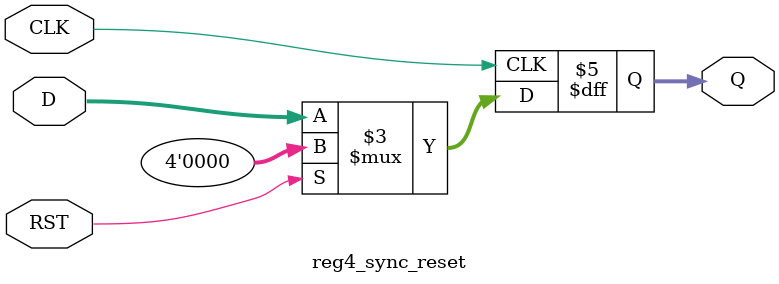
<source format=v>
module reg4_sync_reset (
    input        CLK,
    input        RST,
    input  [3:0] D,
    output reg [3:0] Q
);
    always @(posedge CLK) begin
        if (RST) begin
            Q <= 4'b0000;
        end else Q <= D;
    end

endmodule
</source>
